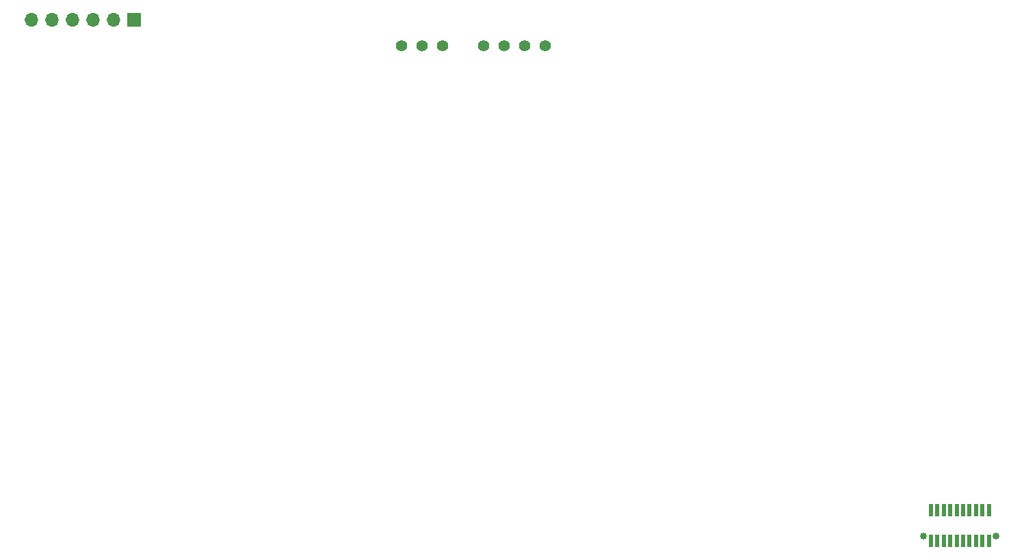
<source format=gbr>
%TF.GenerationSoftware,KiCad,Pcbnew,7.0.6*%
%TF.CreationDate,2024-02-05T21:22:57+01:00*%
%TF.ProjectId,FT24-AMS_Slave-v5,46543234-2d41-44d5-935f-536c6176652d,rev?*%
%TF.SameCoordinates,Original*%
%TF.FileFunction,Soldermask,Bot*%
%TF.FilePolarity,Negative*%
%FSLAX46Y46*%
G04 Gerber Fmt 4.6, Leading zero omitted, Abs format (unit mm)*
G04 Created by KiCad (PCBNEW 7.0.6) date 2024-02-05 21:22:57*
%MOMM*%
%LPD*%
G01*
G04 APERTURE LIST*
%ADD10R,1.700000X1.700000*%
%ADD11O,1.700000X1.700000*%
%ADD12C,1.400000*%
%ADD13C,0.850000*%
%ADD14R,0.550000X1.500000*%
G04 APERTURE END LIST*
D10*
%TO.C,J16*%
X114440000Y-78225000D03*
D11*
X111900000Y-78225000D03*
X109360000Y-78225000D03*
X106820000Y-78225000D03*
X104280000Y-78225000D03*
X101740000Y-78225000D03*
%TD*%
D12*
%TO.C,PS1*%
X152690000Y-81415000D03*
X157770000Y-81415000D03*
X147610000Y-81415000D03*
X150150000Y-81415000D03*
X160310000Y-81415000D03*
X162850000Y-81415000D03*
X165390000Y-81415000D03*
%TD*%
D13*
%TO.C,J5*%
X212179000Y-142199000D03*
X221179000Y-142199000D03*
D14*
X220279000Y-138999000D03*
X220279000Y-142799000D03*
X219479000Y-138999000D03*
X219479000Y-142799000D03*
X218679000Y-138999000D03*
X218679000Y-142799000D03*
X217879000Y-138999000D03*
X217879000Y-142799000D03*
X217079000Y-138999000D03*
X217079000Y-142799000D03*
X216279000Y-138999000D03*
X216279000Y-142799000D03*
X215479000Y-138999000D03*
X215479000Y-142799000D03*
X214679000Y-138999000D03*
X214679000Y-142799000D03*
X213879000Y-138999000D03*
X213879000Y-142799000D03*
X213079000Y-138999000D03*
X213079000Y-142799000D03*
%TD*%
M02*

</source>
